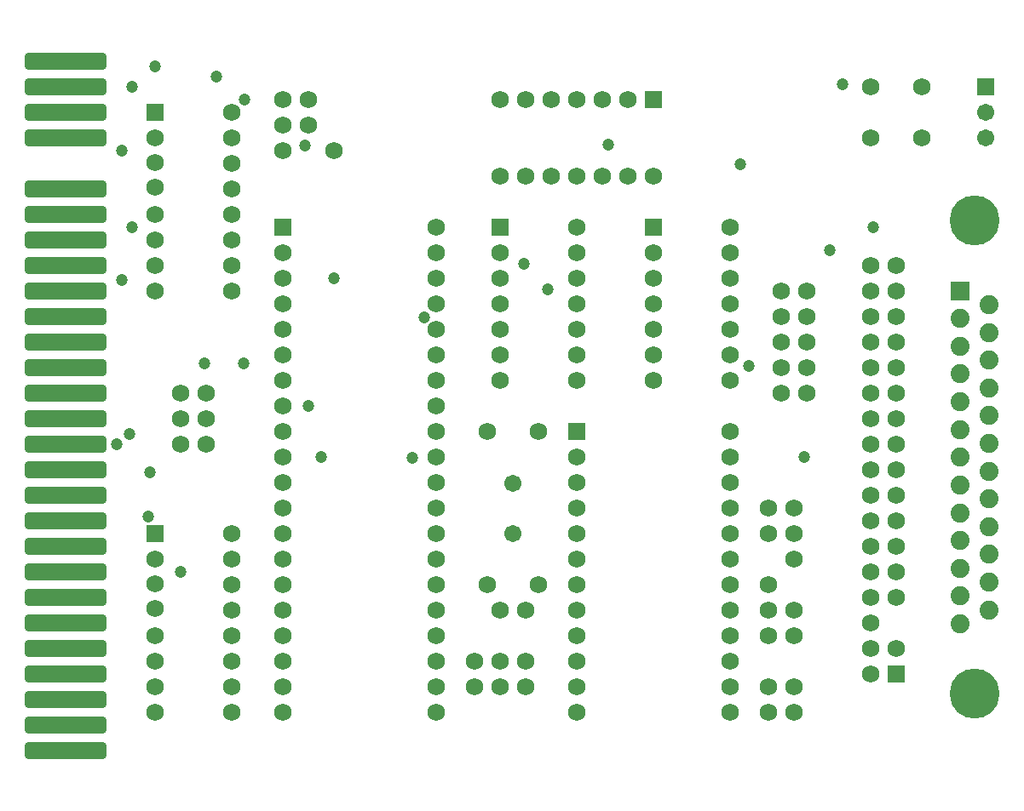
<source format=gbs>
G04 Layer_Color=16711935*
%FSLAX25Y25*%
%MOIN*%
G70*
G01*
G75*
G04:AMPARAMS|DCode=24|XSize=69.81mil|YSize=322.96mil|CornerRadius=19.45mil|HoleSize=0mil|Usage=FLASHONLY|Rotation=90.000|XOffset=0mil|YOffset=0mil|HoleType=Round|Shape=RoundedRectangle|*
%AMROUNDEDRECTD24*
21,1,0.06981,0.28406,0,0,90.0*
21,1,0.03091,0.32296,0,0,90.0*
1,1,0.03891,0.14203,0.01545*
1,1,0.03891,0.14203,-0.01545*
1,1,0.03891,-0.14203,-0.01545*
1,1,0.03891,-0.14203,0.01545*
%
%ADD24ROUNDEDRECTD24*%
%ADD25C,0.06800*%
%ADD26R,0.06800X0.06800*%
%ADD27C,0.06706*%
%ADD28R,0.06706X0.06706*%
%ADD29R,0.06800X0.06800*%
%ADD30C,0.19540*%
%ADD31R,0.07453X0.07453*%
%ADD32C,0.07453*%
%ADD33C,0.04737*%
D24*
X16000Y30000D02*
D03*
Y20000D02*
D03*
Y10000D02*
D03*
Y70000D02*
D03*
Y60000D02*
D03*
Y40000D02*
D03*
Y50000D02*
D03*
Y110000D02*
D03*
Y100000D02*
D03*
Y80000D02*
D03*
Y90000D02*
D03*
Y150000D02*
D03*
Y140000D02*
D03*
Y120000D02*
D03*
Y130000D02*
D03*
Y190000D02*
D03*
Y180000D02*
D03*
Y160000D02*
D03*
Y170000D02*
D03*
Y210000D02*
D03*
Y200000D02*
D03*
Y220000D02*
D03*
Y230000D02*
D03*
Y250000D02*
D03*
Y260000D02*
D03*
Y270000D02*
D03*
Y280000D02*
D03*
D25*
X236000Y235000D02*
D03*
X206000D02*
D03*
X236000Y265000D02*
D03*
X206000D02*
D03*
X246000Y235000D02*
D03*
X226000D02*
D03*
X216000D02*
D03*
X196000D02*
D03*
X186000D02*
D03*
X216000Y265000D02*
D03*
X226000D02*
D03*
X186000D02*
D03*
X196000D02*
D03*
X301000Y95000D02*
D03*
Y105000D02*
D03*
X291000Y95000D02*
D03*
Y105000D02*
D03*
X301000Y85000D02*
D03*
Y65000D02*
D03*
X291000D02*
D03*
Y75000D02*
D03*
X301000Y55000D02*
D03*
Y35000D02*
D03*
X291000Y55000D02*
D03*
Y35000D02*
D03*
X301000Y25000D02*
D03*
X291000D02*
D03*
X181000Y135000D02*
D03*
X201000D02*
D03*
X181000Y75000D02*
D03*
X201000D02*
D03*
X196000Y35000D02*
D03*
Y45000D02*
D03*
X61000Y150000D02*
D03*
X71000D02*
D03*
X176000Y45000D02*
D03*
Y35000D02*
D03*
X186000D02*
D03*
Y45000D02*
D03*
X71000Y140000D02*
D03*
X61000D02*
D03*
X71000Y130000D02*
D03*
X61000D02*
D03*
X101000Y245000D02*
D03*
X121000D02*
D03*
X101000Y255000D02*
D03*
X111000D02*
D03*
Y265000D02*
D03*
X101000D02*
D03*
X51000Y210000D02*
D03*
Y200000D02*
D03*
Y240315D02*
D03*
Y230472D02*
D03*
X81000Y210000D02*
D03*
Y200000D02*
D03*
Y230000D02*
D03*
Y240000D02*
D03*
Y260000D02*
D03*
X51000Y220000D02*
D03*
Y190000D02*
D03*
Y250000D02*
D03*
X81000Y190000D02*
D03*
Y220000D02*
D03*
Y250000D02*
D03*
X51000Y45000D02*
D03*
Y35000D02*
D03*
Y75315D02*
D03*
Y65473D02*
D03*
X81000Y45000D02*
D03*
Y35000D02*
D03*
Y65000D02*
D03*
Y75000D02*
D03*
Y95000D02*
D03*
X51000Y55000D02*
D03*
Y25000D02*
D03*
Y85000D02*
D03*
X81000Y25000D02*
D03*
Y55000D02*
D03*
Y85000D02*
D03*
X161000Y195000D02*
D03*
Y165000D02*
D03*
Y135000D02*
D03*
Y105000D02*
D03*
Y75000D02*
D03*
Y45000D02*
D03*
X101000Y195000D02*
D03*
Y165000D02*
D03*
Y135000D02*
D03*
Y105000D02*
D03*
Y75000D02*
D03*
Y45000D02*
D03*
X161000Y205000D02*
D03*
Y215000D02*
D03*
Y175000D02*
D03*
Y185000D02*
D03*
Y145000D02*
D03*
Y155000D02*
D03*
Y115000D02*
D03*
Y125000D02*
D03*
Y85000D02*
D03*
Y95000D02*
D03*
Y55000D02*
D03*
Y65000D02*
D03*
Y25000D02*
D03*
Y35000D02*
D03*
X101000Y205000D02*
D03*
Y175000D02*
D03*
Y185000D02*
D03*
Y145000D02*
D03*
Y155000D02*
D03*
Y115000D02*
D03*
Y125000D02*
D03*
Y85000D02*
D03*
Y95000D02*
D03*
Y55000D02*
D03*
Y65000D02*
D03*
Y25000D02*
D03*
Y35000D02*
D03*
X216000Y205000D02*
D03*
Y175000D02*
D03*
X186000Y205000D02*
D03*
Y175000D02*
D03*
X216000Y215000D02*
D03*
Y195000D02*
D03*
Y185000D02*
D03*
Y165000D02*
D03*
Y155000D02*
D03*
X186000Y185000D02*
D03*
Y195000D02*
D03*
Y155000D02*
D03*
Y165000D02*
D03*
X276000Y205000D02*
D03*
Y175000D02*
D03*
X246000Y205000D02*
D03*
Y175000D02*
D03*
X276000Y215000D02*
D03*
Y195000D02*
D03*
Y185000D02*
D03*
Y165000D02*
D03*
Y155000D02*
D03*
X246000Y185000D02*
D03*
Y195000D02*
D03*
Y155000D02*
D03*
Y165000D02*
D03*
X216000Y25000D02*
D03*
Y55000D02*
D03*
Y45000D02*
D03*
Y85000D02*
D03*
Y75000D02*
D03*
Y115000D02*
D03*
Y105000D02*
D03*
X276000Y25000D02*
D03*
Y45000D02*
D03*
Y55000D02*
D03*
Y75000D02*
D03*
Y85000D02*
D03*
Y105000D02*
D03*
Y115000D02*
D03*
Y135000D02*
D03*
X216000Y65000D02*
D03*
Y35000D02*
D03*
Y125000D02*
D03*
Y95000D02*
D03*
X276000Y35000D02*
D03*
Y65000D02*
D03*
Y95000D02*
D03*
Y125000D02*
D03*
X186000Y65000D02*
D03*
X196000D02*
D03*
X351000Y270000D02*
D03*
X331000D02*
D03*
X351000Y250000D02*
D03*
X331000D02*
D03*
X296000Y190000D02*
D03*
X306000D02*
D03*
X296000Y180000D02*
D03*
X306000D02*
D03*
X296000Y170000D02*
D03*
X306000D02*
D03*
X296000Y160000D02*
D03*
X306000D02*
D03*
X296000Y150000D02*
D03*
X306000D02*
D03*
X331000Y130000D02*
D03*
X341000Y120000D02*
D03*
X331000Y100000D02*
D03*
X341000Y90000D02*
D03*
X331000Y70000D02*
D03*
Y40000D02*
D03*
Y190000D02*
D03*
X341000D02*
D03*
X331000Y180000D02*
D03*
X341000D02*
D03*
X331000Y170000D02*
D03*
X341000D02*
D03*
X331000Y160000D02*
D03*
X341000D02*
D03*
X331000Y150000D02*
D03*
X341000D02*
D03*
X331000Y140000D02*
D03*
X341000D02*
D03*
Y130000D02*
D03*
X331000Y120000D02*
D03*
Y110000D02*
D03*
X341000D02*
D03*
Y100000D02*
D03*
X331000Y90000D02*
D03*
Y80000D02*
D03*
X341000D02*
D03*
Y70000D02*
D03*
X331000Y60000D02*
D03*
Y50000D02*
D03*
X341000D02*
D03*
X331000Y200000D02*
D03*
X341000D02*
D03*
D26*
X246000Y265000D02*
D03*
D27*
X191000Y95000D02*
D03*
Y114685D02*
D03*
X376000Y260000D02*
D03*
Y250000D02*
D03*
D28*
Y270000D02*
D03*
D29*
X51000Y260000D02*
D03*
Y95000D02*
D03*
X101000Y215000D02*
D03*
X186000D02*
D03*
X246000D02*
D03*
X216000Y135000D02*
D03*
X341000Y40000D02*
D03*
D30*
X371591Y32157D02*
D03*
Y217402D02*
D03*
D31*
X366000Y190000D02*
D03*
D32*
X377181Y184565D02*
D03*
X366000Y179130D02*
D03*
X377181Y173695D02*
D03*
X366000Y168260D02*
D03*
X377181Y162825D02*
D03*
X366000Y157390D02*
D03*
X377181Y151955D02*
D03*
X366000Y146520D02*
D03*
X377181Y141085D02*
D03*
X366000Y135650D02*
D03*
X377181Y130215D02*
D03*
X366000Y124779D02*
D03*
X377181Y119344D02*
D03*
X366000Y113909D02*
D03*
X377181Y108475D02*
D03*
X366000Y103040D02*
D03*
X377181Y97604D02*
D03*
X366000Y92169D02*
D03*
X377181Y86734D02*
D03*
X366000Y81299D02*
D03*
X377181Y75864D02*
D03*
X366000Y70429D02*
D03*
X377181Y64994D02*
D03*
X366000Y59559D02*
D03*
D33*
X332000Y215000D02*
D03*
X320000Y271000D02*
D03*
X315000Y206000D02*
D03*
X280000Y239600D02*
D03*
X305000Y125000D02*
D03*
X75000Y274000D02*
D03*
X42000Y215000D02*
D03*
X36000Y130000D02*
D03*
X41000Y134000D02*
D03*
X49000Y119000D02*
D03*
X51000Y278000D02*
D03*
X42000Y270000D02*
D03*
X61000Y80000D02*
D03*
X86000Y265000D02*
D03*
X111000Y145000D02*
D03*
X48200Y101500D02*
D03*
X37900Y194200D02*
D03*
X70400Y161700D02*
D03*
X37900Y244900D02*
D03*
X109600Y247000D02*
D03*
X195100Y200400D02*
D03*
X204600Y190425D02*
D03*
X151600Y124400D02*
D03*
X228300Y247300D02*
D03*
X156400Y179600D02*
D03*
X283100Y160400D02*
D03*
X85600Y161600D02*
D03*
X121000Y195000D02*
D03*
X116000Y125000D02*
D03*
M02*

</source>
